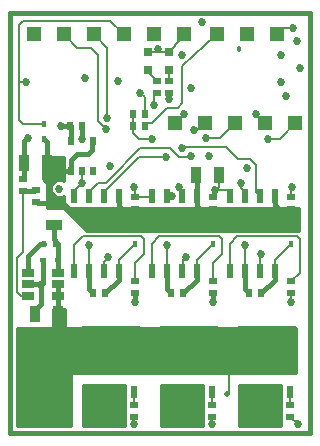
<source format=gtl>
G04 (created by PCBNEW-RS274X (2012-01-19 BZR 3256)-stable) date 9/11/2012 11:00:15 PM*
G01*
G70*
G90*
%MOIN*%
G04 Gerber Fmt 3.4, Leading zero omitted, Abs format*
%FSLAX34Y34*%
G04 APERTURE LIST*
%ADD10C,0.001000*%
%ADD11C,0.015000*%
%ADD12R,0.050000X0.050000*%
%ADD13R,0.020000X0.030000*%
%ADD14R,0.035000X0.055000*%
%ADD15R,0.055000X0.035000*%
%ADD16R,0.019700X0.015700*%
%ADD17R,0.015700X0.019700*%
%ADD18R,0.020000X0.045000*%
%ADD19R,0.039400X0.027600*%
%ADD20R,0.031000X0.031000*%
%ADD21R,0.196900X0.161400*%
%ADD22R,0.019700X0.041300*%
%ADD23R,0.025000X0.020000*%
%ADD24R,0.020000X0.025000*%
%ADD25R,0.015700X0.023600*%
%ADD26C,0.027000*%
%ADD27C,0.020000*%
%ADD28C,0.018000*%
%ADD29C,0.007000*%
%ADD30C,0.008000*%
%ADD31C,0.010000*%
G04 APERTURE END LIST*
G54D10*
G54D11*
X44016Y-40961D02*
X44016Y-54961D01*
X54016Y-40961D02*
X44016Y-40961D01*
X54016Y-54961D02*
X54016Y-40961D01*
X44016Y-54961D02*
X54016Y-54961D01*
G54D12*
X53516Y-44611D03*
X52516Y-44611D03*
X51516Y-44611D03*
X50516Y-44611D03*
X49516Y-44611D03*
X49816Y-41661D03*
X48816Y-41661D03*
X47816Y-41661D03*
X46816Y-41661D03*
X45816Y-41661D03*
X44816Y-41661D03*
X50916Y-41661D03*
X51916Y-41661D03*
X52916Y-41661D03*
G54D13*
X46041Y-46211D03*
X46791Y-46211D03*
X46041Y-45211D03*
X46416Y-46211D03*
X46791Y-45211D03*
G54D14*
X50221Y-46361D03*
X50971Y-46361D03*
X45241Y-45961D03*
X44491Y-45961D03*
G54D15*
X45496Y-48036D03*
X45496Y-47286D03*
G54D14*
X45611Y-50981D03*
X44861Y-50981D03*
G54D16*
X45120Y-49181D03*
X45632Y-49181D03*
G54D17*
X53400Y-48144D03*
X53400Y-48656D03*
X50800Y-48144D03*
X50800Y-48656D03*
X48200Y-48144D03*
X48200Y-48656D03*
X45166Y-44655D03*
X45166Y-45167D03*
G54D18*
X47650Y-49550D03*
X47150Y-49550D03*
X46650Y-49550D03*
X46150Y-49550D03*
X46150Y-47050D03*
X46650Y-47050D03*
X47150Y-47050D03*
X47650Y-47050D03*
X50250Y-49550D03*
X49750Y-49550D03*
X49250Y-49550D03*
X48750Y-49550D03*
X48750Y-47050D03*
X49250Y-47050D03*
X49750Y-47050D03*
X50250Y-47050D03*
X52850Y-49550D03*
X52350Y-49550D03*
X51850Y-49550D03*
X51350Y-49550D03*
X51350Y-47050D03*
X51850Y-47050D03*
X52350Y-47050D03*
X52850Y-47050D03*
G54D19*
X45616Y-49626D03*
X45616Y-50001D03*
X45616Y-50376D03*
X44616Y-50376D03*
X44616Y-50001D03*
X44616Y-49626D03*
G54D20*
X49316Y-42861D03*
X49316Y-42261D03*
X48616Y-42861D03*
X48616Y-42261D03*
G54D21*
X47400Y-52200D03*
G54D22*
X46652Y-53598D03*
X47144Y-53598D03*
X47656Y-53598D03*
X48148Y-53598D03*
G54D21*
X50000Y-52200D03*
G54D22*
X49252Y-53598D03*
X49744Y-53598D03*
X50256Y-53598D03*
X50748Y-53598D03*
G54D21*
X52600Y-52200D03*
G54D22*
X51852Y-53598D03*
X52344Y-53598D03*
X52856Y-53598D03*
X53348Y-53598D03*
G54D23*
X50800Y-47500D03*
X50800Y-47100D03*
X44456Y-46901D03*
X44456Y-46501D03*
X44896Y-47241D03*
X44896Y-46841D03*
G54D24*
X48116Y-44311D03*
X48516Y-44311D03*
G54D23*
X49316Y-43211D03*
X49316Y-43611D03*
X48916Y-43211D03*
X48916Y-43611D03*
G54D24*
X48116Y-44711D03*
X48516Y-44711D03*
G54D23*
X53400Y-47500D03*
X53400Y-47100D03*
X48200Y-47500D03*
X48200Y-47100D03*
X53400Y-50300D03*
X53400Y-49900D03*
X53366Y-54011D03*
X53366Y-54411D03*
X50800Y-50300D03*
X50800Y-49900D03*
X50766Y-54011D03*
X50766Y-54411D03*
X48200Y-50300D03*
X48200Y-49900D03*
X48166Y-54011D03*
X48166Y-54411D03*
G54D24*
X46016Y-44711D03*
X46416Y-44711D03*
X47200Y-50300D03*
X46800Y-50300D03*
X49800Y-50300D03*
X49400Y-50300D03*
X52400Y-50300D03*
X52000Y-50300D03*
G54D25*
X45159Y-48641D03*
X45513Y-48641D03*
G54D26*
X52616Y-45161D03*
X50066Y-43461D03*
X47366Y-46061D03*
X50666Y-45711D03*
X45716Y-44711D03*
X45666Y-46811D03*
X47616Y-43211D03*
X44566Y-43261D03*
G54D27*
X51266Y-53661D03*
G54D26*
X53216Y-43711D03*
X49216Y-45761D03*
X50066Y-45711D03*
X49666Y-46761D03*
X49416Y-47061D03*
X49766Y-45461D03*
X51716Y-46621D03*
X48766Y-45161D03*
X47266Y-44461D03*
X47216Y-44811D03*
X49766Y-42361D03*
X53066Y-43261D03*
X52216Y-44311D03*
X50866Y-46861D03*
X51916Y-46111D03*
X48366Y-43611D03*
X48166Y-46761D03*
X46416Y-46611D03*
X44616Y-45111D03*
X53416Y-46761D03*
X53066Y-42361D03*
X53450Y-41450D03*
X48966Y-42161D03*
X46416Y-45161D03*
X45066Y-50011D03*
X50416Y-41261D03*
X46516Y-43111D03*
X49316Y-43811D03*
X48816Y-44011D03*
X53400Y-50600D03*
X52400Y-49000D03*
X53616Y-54661D03*
X50800Y-50600D03*
X49900Y-49100D03*
X50766Y-54661D03*
X48200Y-50600D03*
X47300Y-49100D03*
X48166Y-54661D03*
X49816Y-44311D03*
X46566Y-54561D03*
X47166Y-54561D03*
X46566Y-54261D03*
X46866Y-54561D03*
X47766Y-54561D03*
X46866Y-54261D03*
X47766Y-53961D03*
X47766Y-54261D03*
X47466Y-54261D03*
X46566Y-53961D03*
X46866Y-53961D03*
X47166Y-53961D03*
X47466Y-53961D03*
X47166Y-54261D03*
X47466Y-54561D03*
X46650Y-48700D03*
G54D28*
X51666Y-42161D03*
G54D26*
X49466Y-54561D03*
X49166Y-54561D03*
X49466Y-54261D03*
X49166Y-54261D03*
X49766Y-54561D03*
X50066Y-54561D03*
X50366Y-54561D03*
X50066Y-53961D03*
X49166Y-53961D03*
X49466Y-53961D03*
X49766Y-53961D03*
X49766Y-54261D03*
X50366Y-53961D03*
X50366Y-54261D03*
X50066Y-54261D03*
X49250Y-48700D03*
X53600Y-41900D03*
X52066Y-54561D03*
X51766Y-53961D03*
X51766Y-54561D03*
X52666Y-53961D03*
X52966Y-54561D03*
X51766Y-54261D03*
X52066Y-54261D03*
X52366Y-54261D03*
X52666Y-54261D03*
X52966Y-54261D03*
X52966Y-53961D03*
X52366Y-54561D03*
X52066Y-53961D03*
X52666Y-54561D03*
X52366Y-53961D03*
X53700Y-42800D03*
X51850Y-48700D03*
X50166Y-44861D03*
X50566Y-45111D03*
G54D11*
X44470Y-46864D02*
X44456Y-46878D01*
G54D29*
X48493Y-44711D02*
X48493Y-44684D01*
G54D30*
X53066Y-45111D02*
X53516Y-44611D01*
X53016Y-45161D02*
X53066Y-45111D01*
G54D11*
X46041Y-45211D02*
X46041Y-44736D01*
X46041Y-44736D02*
X46016Y-44711D01*
X46016Y-44711D02*
X45716Y-44711D01*
G54D30*
X52616Y-45161D02*
X53016Y-45161D01*
X44460Y-44655D02*
X44316Y-44511D01*
X45166Y-44655D02*
X44460Y-44655D01*
X44316Y-41361D02*
X44466Y-41211D01*
X44316Y-43261D02*
X44566Y-43261D01*
X46866Y-41211D02*
X47366Y-41211D01*
X47366Y-41211D02*
X47816Y-41661D01*
X44316Y-44511D02*
X44316Y-43261D01*
X44316Y-43261D02*
X44316Y-41361D01*
X44466Y-41211D02*
X46866Y-41211D01*
G54D11*
X45241Y-45961D02*
X45241Y-45242D01*
X53400Y-47477D02*
X53400Y-48144D01*
X46766Y-45236D02*
X46766Y-45461D01*
X46791Y-45211D02*
X46766Y-45236D01*
X46766Y-45511D02*
X46616Y-45661D01*
X50800Y-47477D02*
X50800Y-48144D01*
X47650Y-47375D02*
X47752Y-47477D01*
X46616Y-45661D02*
X46266Y-45661D01*
X48200Y-47477D02*
X48200Y-48144D01*
X50352Y-47477D02*
X50800Y-47477D01*
X46066Y-45861D02*
X46066Y-46186D01*
X50250Y-47050D02*
X50250Y-47375D01*
X52850Y-47050D02*
X52856Y-47056D01*
X47752Y-47477D02*
X48200Y-47477D01*
X50221Y-46361D02*
X50250Y-46390D01*
X45241Y-45242D02*
X45166Y-45167D01*
X46766Y-45461D02*
X46766Y-45511D01*
X47650Y-47050D02*
X47650Y-47375D01*
X52856Y-47056D02*
X52856Y-47361D01*
X50250Y-46390D02*
X50250Y-47050D01*
X45491Y-46211D02*
X45241Y-45961D01*
X44941Y-47286D02*
X45496Y-47286D01*
X44896Y-47241D02*
X44941Y-47286D01*
X46266Y-45661D02*
X46066Y-45861D01*
X46041Y-46211D02*
X45491Y-46211D01*
X46066Y-46186D02*
X46041Y-46211D01*
X52856Y-47361D02*
X52972Y-47477D01*
X50250Y-47375D02*
X50352Y-47477D01*
X52972Y-47477D02*
X53400Y-47477D01*
G54D30*
X52600Y-52200D02*
X52589Y-52211D01*
G54D11*
X45616Y-50376D02*
X45616Y-50001D01*
G54D30*
X52589Y-52211D02*
X51316Y-52211D01*
G54D11*
X45611Y-50981D02*
X45611Y-50381D01*
G54D30*
X51316Y-53611D02*
X51266Y-53661D01*
G54D11*
X45611Y-50381D02*
X45616Y-50376D01*
G54D30*
X51316Y-52211D02*
X51316Y-53611D01*
X48316Y-45761D02*
X49216Y-45761D01*
X47150Y-46927D02*
X48316Y-45761D01*
X47150Y-47050D02*
X47150Y-46927D01*
G54D29*
X47150Y-46900D02*
X47150Y-47050D01*
X46650Y-46927D02*
X46966Y-46611D01*
G54D30*
X49366Y-45461D02*
X49666Y-45761D01*
G54D29*
X46966Y-46611D02*
X47216Y-46611D01*
G54D30*
X48066Y-45761D02*
X48166Y-45661D01*
X47616Y-46211D02*
X48066Y-45761D01*
X48166Y-45661D02*
X48366Y-45461D01*
X48366Y-45461D02*
X49366Y-45461D01*
G54D29*
X46650Y-46927D02*
X46650Y-47050D01*
X47216Y-46611D02*
X47616Y-46211D01*
G54D30*
X50016Y-45761D02*
X49666Y-45761D01*
X50066Y-45711D02*
X50016Y-45761D01*
X49750Y-47050D02*
X49750Y-46895D01*
X49666Y-46811D02*
X49666Y-46761D01*
X49750Y-46895D02*
X49666Y-46811D01*
X49261Y-47061D02*
X49416Y-47061D01*
X49250Y-47050D02*
X49261Y-47061D01*
X49816Y-45411D02*
X50366Y-45411D01*
X49766Y-45461D02*
X49816Y-45411D01*
X50366Y-45411D02*
X51216Y-45411D01*
X51216Y-45411D02*
X51616Y-45811D01*
G54D29*
X52216Y-46011D02*
X52216Y-46916D01*
X51616Y-45811D02*
X52016Y-45811D01*
X52016Y-45811D02*
X52216Y-46011D01*
X52216Y-46916D02*
X52350Y-47050D01*
G54D30*
X50366Y-45411D02*
X50366Y-45411D01*
X51716Y-46781D02*
X51716Y-46621D01*
X51850Y-47050D02*
X51850Y-46915D01*
X51850Y-46915D02*
X51716Y-46781D01*
X48116Y-44961D02*
X48116Y-44711D01*
X48316Y-45161D02*
X48116Y-44961D01*
X48766Y-45161D02*
X48316Y-45161D01*
X48116Y-44311D02*
X48116Y-44711D01*
X47266Y-44461D02*
X47266Y-42111D01*
X47266Y-42111D02*
X46816Y-41661D01*
X46716Y-42111D02*
X46266Y-42111D01*
X46966Y-42361D02*
X46716Y-42111D01*
X46266Y-42111D02*
X45816Y-41661D01*
X46966Y-44561D02*
X46966Y-42361D01*
X47216Y-44811D02*
X46966Y-44561D01*
X52216Y-44311D02*
X52516Y-44611D01*
X50971Y-46361D02*
X50971Y-46756D01*
X50800Y-46927D02*
X50800Y-47100D01*
X50800Y-46927D02*
X50866Y-46861D01*
X49316Y-42261D02*
X49516Y-42061D01*
X53127Y-41450D02*
X52916Y-41661D01*
X53400Y-46777D02*
X53416Y-46761D01*
G54D11*
X44861Y-50866D02*
X45066Y-50661D01*
G54D30*
X51161Y-46861D02*
X51266Y-46861D01*
X48750Y-47050D02*
X48700Y-47100D01*
X46150Y-46877D02*
X46416Y-46611D01*
X48700Y-47100D02*
X48200Y-47100D01*
X48516Y-43761D02*
X48366Y-43611D01*
G54D11*
X45056Y-50001D02*
X45066Y-50011D01*
X45120Y-49181D02*
X45120Y-49957D01*
G54D30*
X48200Y-46845D02*
X48166Y-46811D01*
X48166Y-46811D02*
X48166Y-46761D01*
X48200Y-46845D02*
X48200Y-47100D01*
X46150Y-47050D02*
X46150Y-46877D01*
X46416Y-46611D02*
X46416Y-46211D01*
X53450Y-41450D02*
X53127Y-41450D01*
X49516Y-42011D02*
X49816Y-41711D01*
G54D11*
X45066Y-50661D02*
X45066Y-50011D01*
X44456Y-46501D02*
X44491Y-46466D01*
X44861Y-50866D02*
X44861Y-50981D01*
G54D30*
X49516Y-42061D02*
X49516Y-42011D01*
G54D11*
X46416Y-44711D02*
X46416Y-45161D01*
X44491Y-46466D02*
X44491Y-45961D01*
X44616Y-50001D02*
X45056Y-50001D01*
X44491Y-45236D02*
X44616Y-45111D01*
G54D30*
X53400Y-47100D02*
X53400Y-46777D01*
G54D11*
X45120Y-49957D02*
X45066Y-50011D01*
G54D30*
X49816Y-41711D02*
X49816Y-41661D01*
X50866Y-46861D02*
X51161Y-46861D01*
X49066Y-42261D02*
X48966Y-42161D01*
X51350Y-46945D02*
X51350Y-47050D01*
X51266Y-46861D02*
X51350Y-46945D01*
G54D11*
X44456Y-45996D02*
X44491Y-45961D01*
G54D30*
X50971Y-46756D02*
X50866Y-46861D01*
X48516Y-43761D02*
X48516Y-44311D01*
G54D11*
X50800Y-47100D02*
X50796Y-47096D01*
X44491Y-45961D02*
X44491Y-45236D01*
G54D30*
X48866Y-42261D02*
X48966Y-42161D01*
X48616Y-42261D02*
X48866Y-42261D01*
X49316Y-42261D02*
X49066Y-42261D01*
X49316Y-43811D02*
X49316Y-43611D01*
X48816Y-43711D02*
X48916Y-43611D01*
X48816Y-44011D02*
X48816Y-43711D01*
X49316Y-42861D02*
X49316Y-43211D01*
X48916Y-43211D02*
X48616Y-42911D01*
X48616Y-42911D02*
X48616Y-42861D01*
G54D11*
X45159Y-48641D02*
X45036Y-48641D01*
X45036Y-48641D02*
X44616Y-49061D01*
X44616Y-49061D02*
X44616Y-49626D01*
G54D30*
X51350Y-48650D02*
X51600Y-48400D01*
X53700Y-48500D02*
X53700Y-49623D01*
X53600Y-48400D02*
X53700Y-48500D01*
X53677Y-49623D02*
X53400Y-49900D01*
X53700Y-49623D02*
X53677Y-49623D01*
X51350Y-49550D02*
X51350Y-48650D01*
X51600Y-48400D02*
X53600Y-48400D01*
X50803Y-49897D02*
X50800Y-49900D01*
X48753Y-48647D02*
X48753Y-49547D01*
X49000Y-48400D02*
X51000Y-48400D01*
X51000Y-48400D02*
X51100Y-48500D01*
X50803Y-49297D02*
X50803Y-49897D01*
X51100Y-48500D02*
X51100Y-49000D01*
X50803Y-49297D02*
X50800Y-49300D01*
X48753Y-49547D02*
X48750Y-49550D01*
X48750Y-48650D02*
X48753Y-48647D01*
X51100Y-49000D02*
X50803Y-49297D01*
X48753Y-48647D02*
X49000Y-48400D01*
X53366Y-53616D02*
X53348Y-53598D01*
X53366Y-54011D02*
X53366Y-53616D01*
X50250Y-49550D02*
X50250Y-49206D01*
G54D11*
X50250Y-49850D02*
X49800Y-50300D01*
X50250Y-49550D02*
X50250Y-49850D01*
G54D30*
X50250Y-49206D02*
X50800Y-48656D01*
X53400Y-50300D02*
X53400Y-50600D01*
X52350Y-49050D02*
X52350Y-49550D01*
X53366Y-54411D02*
X53616Y-54661D01*
X52350Y-49050D02*
X52400Y-49000D01*
G54D11*
X50800Y-50300D02*
X50800Y-50600D01*
G54D30*
X50766Y-53616D02*
X50748Y-53598D01*
X50766Y-54011D02*
X50766Y-53616D01*
X49800Y-49500D02*
X49750Y-49550D01*
X49800Y-49200D02*
X49800Y-49500D01*
X49900Y-49100D02*
X49800Y-49200D01*
X50766Y-54411D02*
X50766Y-54661D01*
G54D11*
X48200Y-50300D02*
X48200Y-50600D01*
G54D30*
X48166Y-54011D02*
X48166Y-53616D01*
X48166Y-53616D02*
X48148Y-53598D01*
X47150Y-49250D02*
X47150Y-49550D01*
X48166Y-54411D02*
X48166Y-54661D01*
X47153Y-49247D02*
X47150Y-49250D01*
X47300Y-49100D02*
X47153Y-49247D01*
G54D11*
X52850Y-49550D02*
X52850Y-49850D01*
G54D30*
X52856Y-49200D02*
X52856Y-49544D01*
X52856Y-49200D02*
X53400Y-48656D01*
X52856Y-49544D02*
X52850Y-49550D01*
X52850Y-49206D02*
X52856Y-49200D01*
G54D11*
X52850Y-49850D02*
X52400Y-50300D01*
X47650Y-49550D02*
X47650Y-49850D01*
X47650Y-49850D02*
X47200Y-50300D01*
G54D30*
X47650Y-49206D02*
X48200Y-48656D01*
X47650Y-49550D02*
X47650Y-49206D01*
G54D11*
X44836Y-46901D02*
X44456Y-46901D01*
G54D30*
X44381Y-50376D02*
X44266Y-50261D01*
X44266Y-49111D02*
X44456Y-48921D01*
X44266Y-50261D02*
X44266Y-49111D01*
X44381Y-50376D02*
X44616Y-50376D01*
G54D11*
X44896Y-46841D02*
X44836Y-46901D01*
G54D30*
X44456Y-46901D02*
X44456Y-48921D01*
G54D11*
X45513Y-48641D02*
X45513Y-48518D01*
X45513Y-48518D02*
X45496Y-48501D01*
X45496Y-48501D02*
X45496Y-48036D01*
X45616Y-49197D02*
X45632Y-49181D01*
X45632Y-48645D02*
X45632Y-49181D01*
X45636Y-48641D02*
X45496Y-48501D01*
X45636Y-48641D02*
X45632Y-48645D01*
X45616Y-49626D02*
X45616Y-49197D01*
G54D30*
X48200Y-49300D02*
X48200Y-49900D01*
X48400Y-48400D02*
X48500Y-48500D01*
X46153Y-48697D02*
X46150Y-48700D01*
X46153Y-48697D02*
X46450Y-48400D01*
X46450Y-48400D02*
X48400Y-48400D01*
X46150Y-48700D02*
X46150Y-49550D01*
X48500Y-49000D02*
X48203Y-49297D01*
X48500Y-48500D02*
X48500Y-49000D01*
X48203Y-49297D02*
X48200Y-49300D01*
X49516Y-44611D02*
X49816Y-44311D01*
X49516Y-44611D02*
X49566Y-44661D01*
X47466Y-54561D02*
X47766Y-54561D01*
X47166Y-54261D02*
X46866Y-54261D01*
X46652Y-53598D02*
X46652Y-53925D01*
X46566Y-54261D02*
X46566Y-54561D01*
X46866Y-54561D02*
X47166Y-54561D01*
X47766Y-54261D02*
X47466Y-54261D01*
X46616Y-53961D02*
X46566Y-53961D01*
X47466Y-53961D02*
X47766Y-53961D01*
X46866Y-53961D02*
X47166Y-53961D01*
G54D29*
X46650Y-49550D02*
X46650Y-48700D01*
G54D30*
X46800Y-50277D02*
X46800Y-50300D01*
X46652Y-53925D02*
X46616Y-53961D01*
G54D11*
X46650Y-49550D02*
X46650Y-50150D01*
X46650Y-50150D02*
X46800Y-50300D01*
G54D30*
X49166Y-54261D02*
X49166Y-54561D01*
X49466Y-54561D02*
X49766Y-54561D01*
X50066Y-54561D02*
X50366Y-54561D01*
X49252Y-53598D02*
X49252Y-53875D01*
X49252Y-53875D02*
X49166Y-53961D01*
X49466Y-53961D02*
X49766Y-53961D01*
X50066Y-53961D02*
X50366Y-53961D01*
X50366Y-54261D02*
X50066Y-54261D01*
G54D11*
X49250Y-50150D02*
X49400Y-50300D01*
G54D30*
X49250Y-49550D02*
X49250Y-49695D01*
X49766Y-54261D02*
X49466Y-54261D01*
G54D29*
X49250Y-49550D02*
X49250Y-48700D01*
G54D11*
X49250Y-49550D02*
X49250Y-50150D01*
G54D30*
X52066Y-53961D02*
X52366Y-53961D01*
X51852Y-53875D02*
X51766Y-53961D01*
G54D11*
X51850Y-49550D02*
X51850Y-50150D01*
G54D29*
X51850Y-49550D02*
X51850Y-48700D01*
G54D30*
X52366Y-54261D02*
X52066Y-54261D01*
X52966Y-54261D02*
X52666Y-54261D01*
X52666Y-53961D02*
X52966Y-53961D01*
X52066Y-54561D02*
X52366Y-54561D01*
X51766Y-54261D02*
X51766Y-54561D01*
X51852Y-53598D02*
X51852Y-53875D01*
X52666Y-54561D02*
X52966Y-54561D01*
G54D11*
X51850Y-50150D02*
X52000Y-50300D01*
G54D30*
X49266Y-44111D02*
X48766Y-44611D01*
X48616Y-44611D02*
X48516Y-44711D01*
G54D29*
X49766Y-43961D02*
X49766Y-42734D01*
X50916Y-41661D02*
X49766Y-42734D01*
G54D30*
X48766Y-44611D02*
X48616Y-44611D01*
X49616Y-44111D02*
X49266Y-44111D01*
G54D29*
X49616Y-44111D02*
X49766Y-43961D01*
G54D30*
X50266Y-44861D02*
X50166Y-44861D01*
X50516Y-44611D02*
X50266Y-44861D01*
X50566Y-45111D02*
X51016Y-45111D01*
X51516Y-44611D02*
X51016Y-45111D01*
G54D31*
X51650Y-53350D02*
X53050Y-53350D01*
X51650Y-53430D02*
X53050Y-53430D01*
X51650Y-53510D02*
X53050Y-53510D01*
X51650Y-53590D02*
X53050Y-53590D01*
X51650Y-53670D02*
X53050Y-53670D01*
X51650Y-53750D02*
X53050Y-53750D01*
X51650Y-53830D02*
X53050Y-53830D01*
X51650Y-53910D02*
X53050Y-53910D01*
X51650Y-53990D02*
X53050Y-53990D01*
X51650Y-54070D02*
X53050Y-54070D01*
X51650Y-54150D02*
X53050Y-54150D01*
X51650Y-54230D02*
X53050Y-54230D01*
X51650Y-54310D02*
X53050Y-54310D01*
X51650Y-54390D02*
X53050Y-54390D01*
X51650Y-54470D02*
X53050Y-54470D01*
X51650Y-54550D02*
X53050Y-54550D01*
X51650Y-54630D02*
X53050Y-54630D01*
X51650Y-54710D02*
X53050Y-54710D01*
X53050Y-54736D02*
X51650Y-54736D01*
X51650Y-53350D01*
X53050Y-53350D01*
X53050Y-54736D01*
X49050Y-53350D02*
X50450Y-53350D01*
X49050Y-53430D02*
X50450Y-53430D01*
X49050Y-53510D02*
X50450Y-53510D01*
X49050Y-53590D02*
X50450Y-53590D01*
X49050Y-53670D02*
X50450Y-53670D01*
X49050Y-53750D02*
X50450Y-53750D01*
X49050Y-53830D02*
X50450Y-53830D01*
X49050Y-53910D02*
X50450Y-53910D01*
X49050Y-53990D02*
X50450Y-53990D01*
X49050Y-54070D02*
X50450Y-54070D01*
X49050Y-54150D02*
X50450Y-54150D01*
X49050Y-54230D02*
X50450Y-54230D01*
X49050Y-54310D02*
X50450Y-54310D01*
X49050Y-54390D02*
X50450Y-54390D01*
X49050Y-54470D02*
X50450Y-54470D01*
X49050Y-54550D02*
X50450Y-54550D01*
X49050Y-54630D02*
X50450Y-54630D01*
X49050Y-54710D02*
X50450Y-54710D01*
X50450Y-54736D02*
X49050Y-54736D01*
X49050Y-53350D01*
X50450Y-53350D01*
X50450Y-54736D01*
X46450Y-53350D02*
X47850Y-53350D01*
X46450Y-53430D02*
X47850Y-53430D01*
X46450Y-53510D02*
X47850Y-53510D01*
X46450Y-53590D02*
X47850Y-53590D01*
X46450Y-53670D02*
X47850Y-53670D01*
X46450Y-53750D02*
X47850Y-53750D01*
X46450Y-53830D02*
X47850Y-53830D01*
X46450Y-53910D02*
X47850Y-53910D01*
X46450Y-53990D02*
X47850Y-53990D01*
X46450Y-54070D02*
X47850Y-54070D01*
X46450Y-54150D02*
X47850Y-54150D01*
X46450Y-54230D02*
X47850Y-54230D01*
X46450Y-54310D02*
X47850Y-54310D01*
X46450Y-54390D02*
X47850Y-54390D01*
X46450Y-54470D02*
X47850Y-54470D01*
X46450Y-54550D02*
X47850Y-54550D01*
X46450Y-54630D02*
X47850Y-54630D01*
X46450Y-54710D02*
X47850Y-54710D01*
X47850Y-54736D02*
X46450Y-54736D01*
X46450Y-53350D01*
X47850Y-53350D01*
X47850Y-54736D01*
X45450Y-50838D02*
X45850Y-50838D01*
X45450Y-50918D02*
X45850Y-50918D01*
X45450Y-50998D02*
X45850Y-50998D01*
X45450Y-51078D02*
X45850Y-51078D01*
X45450Y-51158D02*
X45850Y-51158D01*
X45450Y-51238D02*
X45850Y-51238D01*
X45450Y-51318D02*
X45850Y-51318D01*
X45450Y-51398D02*
X45850Y-51398D01*
X44250Y-51478D02*
X53550Y-51478D01*
X44250Y-51558D02*
X53550Y-51558D01*
X44250Y-51638D02*
X53550Y-51638D01*
X44250Y-51718D02*
X53550Y-51718D01*
X44250Y-51798D02*
X53550Y-51798D01*
X44250Y-51878D02*
X53550Y-51878D01*
X44250Y-51958D02*
X53550Y-51958D01*
X44250Y-52038D02*
X53550Y-52038D01*
X44250Y-52118D02*
X53550Y-52118D01*
X44250Y-52198D02*
X53550Y-52198D01*
X44250Y-52278D02*
X53550Y-52278D01*
X44250Y-52358D02*
X53550Y-52358D01*
X44250Y-52438D02*
X53550Y-52438D01*
X44250Y-52518D02*
X53550Y-52518D01*
X44250Y-52598D02*
X53550Y-52598D01*
X44250Y-52678D02*
X53550Y-52678D01*
X44250Y-52758D02*
X53550Y-52758D01*
X44250Y-52838D02*
X53550Y-52838D01*
X44250Y-52918D02*
X53550Y-52918D01*
X44250Y-52998D02*
X46050Y-52998D01*
X44250Y-53078D02*
X46050Y-53078D01*
X44250Y-53158D02*
X46050Y-53158D01*
X44250Y-53238D02*
X46050Y-53238D01*
X44250Y-53318D02*
X46050Y-53318D01*
X44250Y-53398D02*
X46050Y-53398D01*
X44250Y-53478D02*
X46050Y-53478D01*
X44250Y-53558D02*
X46050Y-53558D01*
X44250Y-53638D02*
X46050Y-53638D01*
X44250Y-53718D02*
X46050Y-53718D01*
X44250Y-53798D02*
X46050Y-53798D01*
X44250Y-53878D02*
X46050Y-53878D01*
X44250Y-53958D02*
X46050Y-53958D01*
X44250Y-54038D02*
X46050Y-54038D01*
X44250Y-54118D02*
X46050Y-54118D01*
X44250Y-54198D02*
X46050Y-54198D01*
X44250Y-54278D02*
X46050Y-54278D01*
X44250Y-54358D02*
X46050Y-54358D01*
X44250Y-54438D02*
X46050Y-54438D01*
X44250Y-54518D02*
X46050Y-54518D01*
X44250Y-54598D02*
X46050Y-54598D01*
X44250Y-54678D02*
X46050Y-54678D01*
X53550Y-52950D02*
X46050Y-52950D01*
X46050Y-54736D01*
X44250Y-54736D01*
X44250Y-51450D01*
X45450Y-51450D01*
X45450Y-50838D01*
X45850Y-50838D01*
X45850Y-51450D01*
X53550Y-51450D01*
X53550Y-52950D01*
G54D10*
G36*
X53666Y-48211D02*
X53605Y-48211D01*
X53600Y-48210D01*
X51600Y-48210D01*
X51594Y-48211D01*
X51005Y-48211D01*
X51000Y-48210D01*
X49000Y-48210D01*
X48994Y-48211D01*
X48405Y-48211D01*
X48400Y-48210D01*
X46586Y-48210D01*
X45837Y-47461D01*
X45266Y-47461D01*
X45266Y-46640D01*
X45116Y-46490D01*
X45116Y-45761D01*
X45816Y-45761D01*
X45816Y-46566D01*
X45723Y-46527D01*
X45610Y-46527D01*
X45506Y-46570D01*
X45426Y-46650D01*
X45382Y-46754D01*
X45382Y-46867D01*
X45425Y-46971D01*
X45505Y-47051D01*
X45609Y-47095D01*
X45722Y-47095D01*
X45816Y-47056D01*
X45816Y-47282D01*
X45995Y-47461D01*
X53666Y-47461D01*
X53666Y-48211D01*
X53666Y-48211D01*
G37*
G54D31*
X53666Y-48211D02*
X53605Y-48211D01*
X53600Y-48210D01*
X51600Y-48210D01*
X51594Y-48211D01*
X51005Y-48211D01*
X51000Y-48210D01*
X49000Y-48210D01*
X48994Y-48211D01*
X48405Y-48211D01*
X48400Y-48210D01*
X46586Y-48210D01*
X45837Y-47461D01*
X45266Y-47461D01*
X45266Y-46640D01*
X45116Y-46490D01*
X45116Y-45761D01*
X45816Y-45761D01*
X45816Y-46566D01*
X45723Y-46527D01*
X45610Y-46527D01*
X45506Y-46570D01*
X45426Y-46650D01*
X45382Y-46754D01*
X45382Y-46867D01*
X45425Y-46971D01*
X45505Y-47051D01*
X45609Y-47095D01*
X45722Y-47095D01*
X45816Y-47056D01*
X45816Y-47282D01*
X45995Y-47461D01*
X53666Y-47461D01*
X53666Y-48211D01*
M02*

</source>
